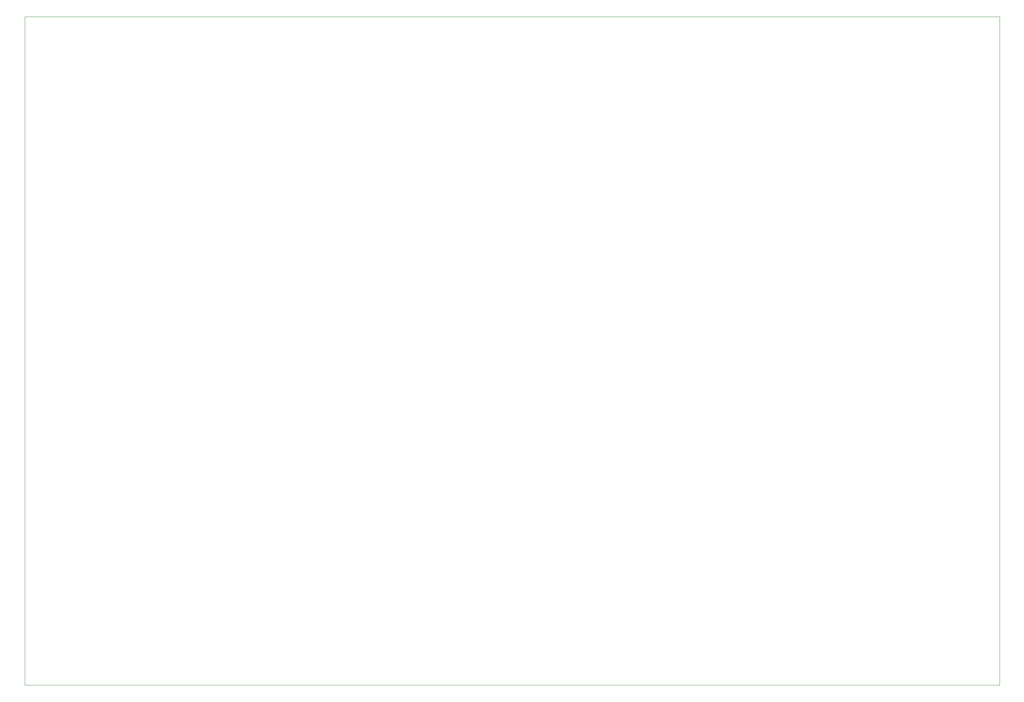
<source format=gbr>
G04 #@! TF.GenerationSoftware,KiCad,Pcbnew,(5.0.0)*
G04 #@! TF.CreationDate,2019-08-30T17:46:26+01:00*
G04 #@! TF.ProjectId,A-FB,412D46422E6B696361645F7063620000,rev?*
G04 #@! TF.SameCoordinates,Original*
G04 #@! TF.FileFunction,Profile,NP*
%FSLAX46Y46*%
G04 Gerber Fmt 4.6, Leading zero omitted, Abs format (unit mm)*
G04 Created by KiCad (PCBNEW (5.0.0)) date 08/30/19 17:46:26*
%MOMM*%
%LPD*%
G01*
G04 APERTURE LIST*
%ADD10C,0.100000*%
G04 APERTURE END LIST*
D10*
X25400000Y-25400000D02*
X25400000Y-185400000D01*
X25400000Y-185400000D02*
X258750000Y-185400000D01*
X258750000Y-25400000D02*
X258750000Y-185400000D01*
X25400000Y-25400000D02*
X258750000Y-25400000D01*
M02*

</source>
